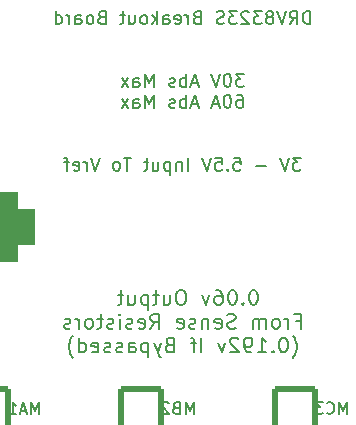
<source format=gbo>
G04 #@! TF.GenerationSoftware,KiCad,Pcbnew,8.0.5*
G04 #@! TF.CreationDate,2024-10-07T10:05:32-05:00*
G04 #@! TF.ProjectId,DRV8323_BreakoutBoard,44525638-3332-4335-9f42-7265616b6f75,rev?*
G04 #@! TF.SameCoordinates,Original*
G04 #@! TF.FileFunction,Legend,Bot*
G04 #@! TF.FilePolarity,Positive*
%FSLAX46Y46*%
G04 Gerber Fmt 4.6, Leading zero omitted, Abs format (unit mm)*
G04 Created by KiCad (PCBNEW 8.0.5) date 2024-10-07 10:05:32*
%MOMM*%
%LPD*%
G01*
G04 APERTURE LIST*
G04 Aperture macros list*
%AMRoundRect*
0 Rectangle with rounded corners*
0 $1 Rounding radius*
0 $2 $3 $4 $5 $6 $7 $8 $9 X,Y pos of 4 corners*
0 Add a 4 corners polygon primitive as box body*
4,1,4,$2,$3,$4,$5,$6,$7,$8,$9,$2,$3,0*
0 Add four circle primitives for the rounded corners*
1,1,$1+$1,$2,$3*
1,1,$1+$1,$4,$5*
1,1,$1+$1,$6,$7*
1,1,$1+$1,$8,$9*
0 Add four rect primitives between the rounded corners*
20,1,$1+$1,$2,$3,$4,$5,0*
20,1,$1+$1,$4,$5,$6,$7,0*
20,1,$1+$1,$6,$7,$8,$9,0*
20,1,$1+$1,$8,$9,$2,$3,0*%
G04 Aperture macros list end*
%ADD10C,0.160000*%
%ADD11C,0.150000*%
%ADD12C,5.600000*%
%ADD13R,1.700000X1.700000*%
%ADD14O,1.700000X1.700000*%
%ADD15RoundRect,0.250002X-1.699998X-1.699998X1.699998X-1.699998X1.699998X1.699998X-1.699998X1.699998X0*%
%ADD16RoundRect,1.500000X-1.500000X-1.500000X1.500000X-1.500000X1.500000X1.500000X-1.500000X1.500000X0*%
%ADD17C,6.000000*%
G04 APERTURE END LIST*
D10*
X78764284Y-55444060D02*
X78764284Y-54344060D01*
X78764284Y-54344060D02*
X78502379Y-54344060D01*
X78502379Y-54344060D02*
X78345236Y-54396441D01*
X78345236Y-54396441D02*
X78240474Y-54501203D01*
X78240474Y-54501203D02*
X78188093Y-54605965D01*
X78188093Y-54605965D02*
X78135712Y-54815489D01*
X78135712Y-54815489D02*
X78135712Y-54972632D01*
X78135712Y-54972632D02*
X78188093Y-55182156D01*
X78188093Y-55182156D02*
X78240474Y-55286918D01*
X78240474Y-55286918D02*
X78345236Y-55391680D01*
X78345236Y-55391680D02*
X78502379Y-55444060D01*
X78502379Y-55444060D02*
X78764284Y-55444060D01*
X77035712Y-55444060D02*
X77402379Y-54920251D01*
X77664284Y-55444060D02*
X77664284Y-54344060D01*
X77664284Y-54344060D02*
X77245236Y-54344060D01*
X77245236Y-54344060D02*
X77140474Y-54396441D01*
X77140474Y-54396441D02*
X77088093Y-54448822D01*
X77088093Y-54448822D02*
X77035712Y-54553584D01*
X77035712Y-54553584D02*
X77035712Y-54710727D01*
X77035712Y-54710727D02*
X77088093Y-54815489D01*
X77088093Y-54815489D02*
X77140474Y-54867870D01*
X77140474Y-54867870D02*
X77245236Y-54920251D01*
X77245236Y-54920251D02*
X77664284Y-54920251D01*
X76721427Y-54344060D02*
X76354760Y-55444060D01*
X76354760Y-55444060D02*
X75988093Y-54344060D01*
X75464284Y-54815489D02*
X75569046Y-54763108D01*
X75569046Y-54763108D02*
X75621427Y-54710727D01*
X75621427Y-54710727D02*
X75673808Y-54605965D01*
X75673808Y-54605965D02*
X75673808Y-54553584D01*
X75673808Y-54553584D02*
X75621427Y-54448822D01*
X75621427Y-54448822D02*
X75569046Y-54396441D01*
X75569046Y-54396441D02*
X75464284Y-54344060D01*
X75464284Y-54344060D02*
X75254760Y-54344060D01*
X75254760Y-54344060D02*
X75149998Y-54396441D01*
X75149998Y-54396441D02*
X75097617Y-54448822D01*
X75097617Y-54448822D02*
X75045236Y-54553584D01*
X75045236Y-54553584D02*
X75045236Y-54605965D01*
X75045236Y-54605965D02*
X75097617Y-54710727D01*
X75097617Y-54710727D02*
X75149998Y-54763108D01*
X75149998Y-54763108D02*
X75254760Y-54815489D01*
X75254760Y-54815489D02*
X75464284Y-54815489D01*
X75464284Y-54815489D02*
X75569046Y-54867870D01*
X75569046Y-54867870D02*
X75621427Y-54920251D01*
X75621427Y-54920251D02*
X75673808Y-55025013D01*
X75673808Y-55025013D02*
X75673808Y-55234537D01*
X75673808Y-55234537D02*
X75621427Y-55339299D01*
X75621427Y-55339299D02*
X75569046Y-55391680D01*
X75569046Y-55391680D02*
X75464284Y-55444060D01*
X75464284Y-55444060D02*
X75254760Y-55444060D01*
X75254760Y-55444060D02*
X75149998Y-55391680D01*
X75149998Y-55391680D02*
X75097617Y-55339299D01*
X75097617Y-55339299D02*
X75045236Y-55234537D01*
X75045236Y-55234537D02*
X75045236Y-55025013D01*
X75045236Y-55025013D02*
X75097617Y-54920251D01*
X75097617Y-54920251D02*
X75149998Y-54867870D01*
X75149998Y-54867870D02*
X75254760Y-54815489D01*
X74678570Y-54344060D02*
X73997617Y-54344060D01*
X73997617Y-54344060D02*
X74364284Y-54763108D01*
X74364284Y-54763108D02*
X74207141Y-54763108D01*
X74207141Y-54763108D02*
X74102379Y-54815489D01*
X74102379Y-54815489D02*
X74049998Y-54867870D01*
X74049998Y-54867870D02*
X73997617Y-54972632D01*
X73997617Y-54972632D02*
X73997617Y-55234537D01*
X73997617Y-55234537D02*
X74049998Y-55339299D01*
X74049998Y-55339299D02*
X74102379Y-55391680D01*
X74102379Y-55391680D02*
X74207141Y-55444060D01*
X74207141Y-55444060D02*
X74521427Y-55444060D01*
X74521427Y-55444060D02*
X74626189Y-55391680D01*
X74626189Y-55391680D02*
X74678570Y-55339299D01*
X73578570Y-54448822D02*
X73526189Y-54396441D01*
X73526189Y-54396441D02*
X73421427Y-54344060D01*
X73421427Y-54344060D02*
X73159522Y-54344060D01*
X73159522Y-54344060D02*
X73054760Y-54396441D01*
X73054760Y-54396441D02*
X73002379Y-54448822D01*
X73002379Y-54448822D02*
X72949998Y-54553584D01*
X72949998Y-54553584D02*
X72949998Y-54658346D01*
X72949998Y-54658346D02*
X73002379Y-54815489D01*
X73002379Y-54815489D02*
X73630951Y-55444060D01*
X73630951Y-55444060D02*
X72949998Y-55444060D01*
X72583332Y-54344060D02*
X71902379Y-54344060D01*
X71902379Y-54344060D02*
X72269046Y-54763108D01*
X72269046Y-54763108D02*
X72111903Y-54763108D01*
X72111903Y-54763108D02*
X72007141Y-54815489D01*
X72007141Y-54815489D02*
X71954760Y-54867870D01*
X71954760Y-54867870D02*
X71902379Y-54972632D01*
X71902379Y-54972632D02*
X71902379Y-55234537D01*
X71902379Y-55234537D02*
X71954760Y-55339299D01*
X71954760Y-55339299D02*
X72007141Y-55391680D01*
X72007141Y-55391680D02*
X72111903Y-55444060D01*
X72111903Y-55444060D02*
X72426189Y-55444060D01*
X72426189Y-55444060D02*
X72530951Y-55391680D01*
X72530951Y-55391680D02*
X72583332Y-55339299D01*
X71483332Y-55391680D02*
X71326189Y-55444060D01*
X71326189Y-55444060D02*
X71064284Y-55444060D01*
X71064284Y-55444060D02*
X70959522Y-55391680D01*
X70959522Y-55391680D02*
X70907141Y-55339299D01*
X70907141Y-55339299D02*
X70854760Y-55234537D01*
X70854760Y-55234537D02*
X70854760Y-55129775D01*
X70854760Y-55129775D02*
X70907141Y-55025013D01*
X70907141Y-55025013D02*
X70959522Y-54972632D01*
X70959522Y-54972632D02*
X71064284Y-54920251D01*
X71064284Y-54920251D02*
X71273808Y-54867870D01*
X71273808Y-54867870D02*
X71378570Y-54815489D01*
X71378570Y-54815489D02*
X71430951Y-54763108D01*
X71430951Y-54763108D02*
X71483332Y-54658346D01*
X71483332Y-54658346D02*
X71483332Y-54553584D01*
X71483332Y-54553584D02*
X71430951Y-54448822D01*
X71430951Y-54448822D02*
X71378570Y-54396441D01*
X71378570Y-54396441D02*
X71273808Y-54344060D01*
X71273808Y-54344060D02*
X71011903Y-54344060D01*
X71011903Y-54344060D02*
X70854760Y-54396441D01*
X69178570Y-54867870D02*
X69021427Y-54920251D01*
X69021427Y-54920251D02*
X68969046Y-54972632D01*
X68969046Y-54972632D02*
X68916665Y-55077394D01*
X68916665Y-55077394D02*
X68916665Y-55234537D01*
X68916665Y-55234537D02*
X68969046Y-55339299D01*
X68969046Y-55339299D02*
X69021427Y-55391680D01*
X69021427Y-55391680D02*
X69126189Y-55444060D01*
X69126189Y-55444060D02*
X69545237Y-55444060D01*
X69545237Y-55444060D02*
X69545237Y-54344060D01*
X69545237Y-54344060D02*
X69178570Y-54344060D01*
X69178570Y-54344060D02*
X69073808Y-54396441D01*
X69073808Y-54396441D02*
X69021427Y-54448822D01*
X69021427Y-54448822D02*
X68969046Y-54553584D01*
X68969046Y-54553584D02*
X68969046Y-54658346D01*
X68969046Y-54658346D02*
X69021427Y-54763108D01*
X69021427Y-54763108D02*
X69073808Y-54815489D01*
X69073808Y-54815489D02*
X69178570Y-54867870D01*
X69178570Y-54867870D02*
X69545237Y-54867870D01*
X68445237Y-55444060D02*
X68445237Y-54710727D01*
X68445237Y-54920251D02*
X68392856Y-54815489D01*
X68392856Y-54815489D02*
X68340475Y-54763108D01*
X68340475Y-54763108D02*
X68235713Y-54710727D01*
X68235713Y-54710727D02*
X68130951Y-54710727D01*
X67345237Y-55391680D02*
X67449999Y-55444060D01*
X67449999Y-55444060D02*
X67659523Y-55444060D01*
X67659523Y-55444060D02*
X67764285Y-55391680D01*
X67764285Y-55391680D02*
X67816666Y-55286918D01*
X67816666Y-55286918D02*
X67816666Y-54867870D01*
X67816666Y-54867870D02*
X67764285Y-54763108D01*
X67764285Y-54763108D02*
X67659523Y-54710727D01*
X67659523Y-54710727D02*
X67449999Y-54710727D01*
X67449999Y-54710727D02*
X67345237Y-54763108D01*
X67345237Y-54763108D02*
X67292856Y-54867870D01*
X67292856Y-54867870D02*
X67292856Y-54972632D01*
X67292856Y-54972632D02*
X67816666Y-55077394D01*
X66349999Y-55444060D02*
X66349999Y-54867870D01*
X66349999Y-54867870D02*
X66402380Y-54763108D01*
X66402380Y-54763108D02*
X66507142Y-54710727D01*
X66507142Y-54710727D02*
X66716666Y-54710727D01*
X66716666Y-54710727D02*
X66821428Y-54763108D01*
X66349999Y-55391680D02*
X66454761Y-55444060D01*
X66454761Y-55444060D02*
X66716666Y-55444060D01*
X66716666Y-55444060D02*
X66821428Y-55391680D01*
X66821428Y-55391680D02*
X66873809Y-55286918D01*
X66873809Y-55286918D02*
X66873809Y-55182156D01*
X66873809Y-55182156D02*
X66821428Y-55077394D01*
X66821428Y-55077394D02*
X66716666Y-55025013D01*
X66716666Y-55025013D02*
X66454761Y-55025013D01*
X66454761Y-55025013D02*
X66349999Y-54972632D01*
X65826190Y-55444060D02*
X65826190Y-54344060D01*
X65721428Y-55025013D02*
X65407142Y-55444060D01*
X65407142Y-54710727D02*
X65826190Y-55129775D01*
X64778571Y-55444060D02*
X64883333Y-55391680D01*
X64883333Y-55391680D02*
X64935714Y-55339299D01*
X64935714Y-55339299D02*
X64988095Y-55234537D01*
X64988095Y-55234537D02*
X64988095Y-54920251D01*
X64988095Y-54920251D02*
X64935714Y-54815489D01*
X64935714Y-54815489D02*
X64883333Y-54763108D01*
X64883333Y-54763108D02*
X64778571Y-54710727D01*
X64778571Y-54710727D02*
X64621428Y-54710727D01*
X64621428Y-54710727D02*
X64516666Y-54763108D01*
X64516666Y-54763108D02*
X64464285Y-54815489D01*
X64464285Y-54815489D02*
X64411904Y-54920251D01*
X64411904Y-54920251D02*
X64411904Y-55234537D01*
X64411904Y-55234537D02*
X64464285Y-55339299D01*
X64464285Y-55339299D02*
X64516666Y-55391680D01*
X64516666Y-55391680D02*
X64621428Y-55444060D01*
X64621428Y-55444060D02*
X64778571Y-55444060D01*
X63469047Y-54710727D02*
X63469047Y-55444060D01*
X63940476Y-54710727D02*
X63940476Y-55286918D01*
X63940476Y-55286918D02*
X63888095Y-55391680D01*
X63888095Y-55391680D02*
X63783333Y-55444060D01*
X63783333Y-55444060D02*
X63626190Y-55444060D01*
X63626190Y-55444060D02*
X63521428Y-55391680D01*
X63521428Y-55391680D02*
X63469047Y-55339299D01*
X63102381Y-54710727D02*
X62683333Y-54710727D01*
X62945238Y-54344060D02*
X62945238Y-55286918D01*
X62945238Y-55286918D02*
X62892857Y-55391680D01*
X62892857Y-55391680D02*
X62788095Y-55444060D01*
X62788095Y-55444060D02*
X62683333Y-55444060D01*
X61111905Y-54867870D02*
X60954762Y-54920251D01*
X60954762Y-54920251D02*
X60902381Y-54972632D01*
X60902381Y-54972632D02*
X60850000Y-55077394D01*
X60850000Y-55077394D02*
X60850000Y-55234537D01*
X60850000Y-55234537D02*
X60902381Y-55339299D01*
X60902381Y-55339299D02*
X60954762Y-55391680D01*
X60954762Y-55391680D02*
X61059524Y-55444060D01*
X61059524Y-55444060D02*
X61478572Y-55444060D01*
X61478572Y-55444060D02*
X61478572Y-54344060D01*
X61478572Y-54344060D02*
X61111905Y-54344060D01*
X61111905Y-54344060D02*
X61007143Y-54396441D01*
X61007143Y-54396441D02*
X60954762Y-54448822D01*
X60954762Y-54448822D02*
X60902381Y-54553584D01*
X60902381Y-54553584D02*
X60902381Y-54658346D01*
X60902381Y-54658346D02*
X60954762Y-54763108D01*
X60954762Y-54763108D02*
X61007143Y-54815489D01*
X61007143Y-54815489D02*
X61111905Y-54867870D01*
X61111905Y-54867870D02*
X61478572Y-54867870D01*
X60221429Y-55444060D02*
X60326191Y-55391680D01*
X60326191Y-55391680D02*
X60378572Y-55339299D01*
X60378572Y-55339299D02*
X60430953Y-55234537D01*
X60430953Y-55234537D02*
X60430953Y-54920251D01*
X60430953Y-54920251D02*
X60378572Y-54815489D01*
X60378572Y-54815489D02*
X60326191Y-54763108D01*
X60326191Y-54763108D02*
X60221429Y-54710727D01*
X60221429Y-54710727D02*
X60064286Y-54710727D01*
X60064286Y-54710727D02*
X59959524Y-54763108D01*
X59959524Y-54763108D02*
X59907143Y-54815489D01*
X59907143Y-54815489D02*
X59854762Y-54920251D01*
X59854762Y-54920251D02*
X59854762Y-55234537D01*
X59854762Y-55234537D02*
X59907143Y-55339299D01*
X59907143Y-55339299D02*
X59959524Y-55391680D01*
X59959524Y-55391680D02*
X60064286Y-55444060D01*
X60064286Y-55444060D02*
X60221429Y-55444060D01*
X58911905Y-55444060D02*
X58911905Y-54867870D01*
X58911905Y-54867870D02*
X58964286Y-54763108D01*
X58964286Y-54763108D02*
X59069048Y-54710727D01*
X59069048Y-54710727D02*
X59278572Y-54710727D01*
X59278572Y-54710727D02*
X59383334Y-54763108D01*
X58911905Y-55391680D02*
X59016667Y-55444060D01*
X59016667Y-55444060D02*
X59278572Y-55444060D01*
X59278572Y-55444060D02*
X59383334Y-55391680D01*
X59383334Y-55391680D02*
X59435715Y-55286918D01*
X59435715Y-55286918D02*
X59435715Y-55182156D01*
X59435715Y-55182156D02*
X59383334Y-55077394D01*
X59383334Y-55077394D02*
X59278572Y-55025013D01*
X59278572Y-55025013D02*
X59016667Y-55025013D01*
X59016667Y-55025013D02*
X58911905Y-54972632D01*
X58388096Y-55444060D02*
X58388096Y-54710727D01*
X58388096Y-54920251D02*
X58335715Y-54815489D01*
X58335715Y-54815489D02*
X58283334Y-54763108D01*
X58283334Y-54763108D02*
X58178572Y-54710727D01*
X58178572Y-54710727D02*
X58073810Y-54710727D01*
X57235715Y-55444060D02*
X57235715Y-54344060D01*
X57235715Y-55391680D02*
X57340477Y-55444060D01*
X57340477Y-55444060D02*
X57550001Y-55444060D01*
X57550001Y-55444060D02*
X57654763Y-55391680D01*
X57654763Y-55391680D02*
X57707144Y-55339299D01*
X57707144Y-55339299D02*
X57759525Y-55234537D01*
X57759525Y-55234537D02*
X57759525Y-54920251D01*
X57759525Y-54920251D02*
X57707144Y-54815489D01*
X57707144Y-54815489D02*
X57654763Y-54763108D01*
X57654763Y-54763108D02*
X57550001Y-54710727D01*
X57550001Y-54710727D02*
X57340477Y-54710727D01*
X57340477Y-54710727D02*
X57235715Y-54763108D01*
X73185713Y-59656874D02*
X72504760Y-59656874D01*
X72504760Y-59656874D02*
X72871427Y-60075922D01*
X72871427Y-60075922D02*
X72714284Y-60075922D01*
X72714284Y-60075922D02*
X72609522Y-60128303D01*
X72609522Y-60128303D02*
X72557141Y-60180684D01*
X72557141Y-60180684D02*
X72504760Y-60285446D01*
X72504760Y-60285446D02*
X72504760Y-60547351D01*
X72504760Y-60547351D02*
X72557141Y-60652113D01*
X72557141Y-60652113D02*
X72609522Y-60704494D01*
X72609522Y-60704494D02*
X72714284Y-60756874D01*
X72714284Y-60756874D02*
X73028570Y-60756874D01*
X73028570Y-60756874D02*
X73133332Y-60704494D01*
X73133332Y-60704494D02*
X73185713Y-60652113D01*
X71823808Y-59656874D02*
X71719046Y-59656874D01*
X71719046Y-59656874D02*
X71614284Y-59709255D01*
X71614284Y-59709255D02*
X71561903Y-59761636D01*
X71561903Y-59761636D02*
X71509522Y-59866398D01*
X71509522Y-59866398D02*
X71457141Y-60075922D01*
X71457141Y-60075922D02*
X71457141Y-60337827D01*
X71457141Y-60337827D02*
X71509522Y-60547351D01*
X71509522Y-60547351D02*
X71561903Y-60652113D01*
X71561903Y-60652113D02*
X71614284Y-60704494D01*
X71614284Y-60704494D02*
X71719046Y-60756874D01*
X71719046Y-60756874D02*
X71823808Y-60756874D01*
X71823808Y-60756874D02*
X71928570Y-60704494D01*
X71928570Y-60704494D02*
X71980951Y-60652113D01*
X71980951Y-60652113D02*
X72033332Y-60547351D01*
X72033332Y-60547351D02*
X72085713Y-60337827D01*
X72085713Y-60337827D02*
X72085713Y-60075922D01*
X72085713Y-60075922D02*
X72033332Y-59866398D01*
X72033332Y-59866398D02*
X71980951Y-59761636D01*
X71980951Y-59761636D02*
X71928570Y-59709255D01*
X71928570Y-59709255D02*
X71823808Y-59656874D01*
X71142856Y-59656874D02*
X70776189Y-60756874D01*
X70776189Y-60756874D02*
X70409522Y-59656874D01*
X69257142Y-60442589D02*
X68733332Y-60442589D01*
X69361904Y-60756874D02*
X68995237Y-59656874D01*
X68995237Y-59656874D02*
X68628570Y-60756874D01*
X68261904Y-60756874D02*
X68261904Y-59656874D01*
X68261904Y-60075922D02*
X68157142Y-60023541D01*
X68157142Y-60023541D02*
X67947618Y-60023541D01*
X67947618Y-60023541D02*
X67842856Y-60075922D01*
X67842856Y-60075922D02*
X67790475Y-60128303D01*
X67790475Y-60128303D02*
X67738094Y-60233065D01*
X67738094Y-60233065D02*
X67738094Y-60547351D01*
X67738094Y-60547351D02*
X67790475Y-60652113D01*
X67790475Y-60652113D02*
X67842856Y-60704494D01*
X67842856Y-60704494D02*
X67947618Y-60756874D01*
X67947618Y-60756874D02*
X68157142Y-60756874D01*
X68157142Y-60756874D02*
X68261904Y-60704494D01*
X67319047Y-60704494D02*
X67214285Y-60756874D01*
X67214285Y-60756874D02*
X67004761Y-60756874D01*
X67004761Y-60756874D02*
X66899999Y-60704494D01*
X66899999Y-60704494D02*
X66847618Y-60599732D01*
X66847618Y-60599732D02*
X66847618Y-60547351D01*
X66847618Y-60547351D02*
X66899999Y-60442589D01*
X66899999Y-60442589D02*
X67004761Y-60390208D01*
X67004761Y-60390208D02*
X67161904Y-60390208D01*
X67161904Y-60390208D02*
X67266666Y-60337827D01*
X67266666Y-60337827D02*
X67319047Y-60233065D01*
X67319047Y-60233065D02*
X67319047Y-60180684D01*
X67319047Y-60180684D02*
X67266666Y-60075922D01*
X67266666Y-60075922D02*
X67161904Y-60023541D01*
X67161904Y-60023541D02*
X67004761Y-60023541D01*
X67004761Y-60023541D02*
X66899999Y-60075922D01*
X65538095Y-60756874D02*
X65538095Y-59656874D01*
X65538095Y-59656874D02*
X65171428Y-60442589D01*
X65171428Y-60442589D02*
X64804761Y-59656874D01*
X64804761Y-59656874D02*
X64804761Y-60756874D01*
X63809523Y-60756874D02*
X63809523Y-60180684D01*
X63809523Y-60180684D02*
X63861904Y-60075922D01*
X63861904Y-60075922D02*
X63966666Y-60023541D01*
X63966666Y-60023541D02*
X64176190Y-60023541D01*
X64176190Y-60023541D02*
X64280952Y-60075922D01*
X63809523Y-60704494D02*
X63914285Y-60756874D01*
X63914285Y-60756874D02*
X64176190Y-60756874D01*
X64176190Y-60756874D02*
X64280952Y-60704494D01*
X64280952Y-60704494D02*
X64333333Y-60599732D01*
X64333333Y-60599732D02*
X64333333Y-60494970D01*
X64333333Y-60494970D02*
X64280952Y-60390208D01*
X64280952Y-60390208D02*
X64176190Y-60337827D01*
X64176190Y-60337827D02*
X63914285Y-60337827D01*
X63914285Y-60337827D02*
X63809523Y-60285446D01*
X63390476Y-60756874D02*
X62814285Y-60023541D01*
X63390476Y-60023541D02*
X62814285Y-60756874D01*
X72609522Y-61427812D02*
X72819046Y-61427812D01*
X72819046Y-61427812D02*
X72923808Y-61480193D01*
X72923808Y-61480193D02*
X72976189Y-61532574D01*
X72976189Y-61532574D02*
X73080951Y-61689717D01*
X73080951Y-61689717D02*
X73133332Y-61899241D01*
X73133332Y-61899241D02*
X73133332Y-62318289D01*
X73133332Y-62318289D02*
X73080951Y-62423051D01*
X73080951Y-62423051D02*
X73028570Y-62475432D01*
X73028570Y-62475432D02*
X72923808Y-62527812D01*
X72923808Y-62527812D02*
X72714284Y-62527812D01*
X72714284Y-62527812D02*
X72609522Y-62475432D01*
X72609522Y-62475432D02*
X72557141Y-62423051D01*
X72557141Y-62423051D02*
X72504760Y-62318289D01*
X72504760Y-62318289D02*
X72504760Y-62056384D01*
X72504760Y-62056384D02*
X72557141Y-61951622D01*
X72557141Y-61951622D02*
X72609522Y-61899241D01*
X72609522Y-61899241D02*
X72714284Y-61846860D01*
X72714284Y-61846860D02*
X72923808Y-61846860D01*
X72923808Y-61846860D02*
X73028570Y-61899241D01*
X73028570Y-61899241D02*
X73080951Y-61951622D01*
X73080951Y-61951622D02*
X73133332Y-62056384D01*
X71823808Y-61427812D02*
X71719046Y-61427812D01*
X71719046Y-61427812D02*
X71614284Y-61480193D01*
X71614284Y-61480193D02*
X71561903Y-61532574D01*
X71561903Y-61532574D02*
X71509522Y-61637336D01*
X71509522Y-61637336D02*
X71457141Y-61846860D01*
X71457141Y-61846860D02*
X71457141Y-62108765D01*
X71457141Y-62108765D02*
X71509522Y-62318289D01*
X71509522Y-62318289D02*
X71561903Y-62423051D01*
X71561903Y-62423051D02*
X71614284Y-62475432D01*
X71614284Y-62475432D02*
X71719046Y-62527812D01*
X71719046Y-62527812D02*
X71823808Y-62527812D01*
X71823808Y-62527812D02*
X71928570Y-62475432D01*
X71928570Y-62475432D02*
X71980951Y-62423051D01*
X71980951Y-62423051D02*
X72033332Y-62318289D01*
X72033332Y-62318289D02*
X72085713Y-62108765D01*
X72085713Y-62108765D02*
X72085713Y-61846860D01*
X72085713Y-61846860D02*
X72033332Y-61637336D01*
X72033332Y-61637336D02*
X71980951Y-61532574D01*
X71980951Y-61532574D02*
X71928570Y-61480193D01*
X71928570Y-61480193D02*
X71823808Y-61427812D01*
X71038094Y-62213527D02*
X70514284Y-62213527D01*
X71142856Y-62527812D02*
X70776189Y-61427812D01*
X70776189Y-61427812D02*
X70409522Y-62527812D01*
X69257142Y-62213527D02*
X68733332Y-62213527D01*
X69361904Y-62527812D02*
X68995237Y-61427812D01*
X68995237Y-61427812D02*
X68628570Y-62527812D01*
X68261904Y-62527812D02*
X68261904Y-61427812D01*
X68261904Y-61846860D02*
X68157142Y-61794479D01*
X68157142Y-61794479D02*
X67947618Y-61794479D01*
X67947618Y-61794479D02*
X67842856Y-61846860D01*
X67842856Y-61846860D02*
X67790475Y-61899241D01*
X67790475Y-61899241D02*
X67738094Y-62004003D01*
X67738094Y-62004003D02*
X67738094Y-62318289D01*
X67738094Y-62318289D02*
X67790475Y-62423051D01*
X67790475Y-62423051D02*
X67842856Y-62475432D01*
X67842856Y-62475432D02*
X67947618Y-62527812D01*
X67947618Y-62527812D02*
X68157142Y-62527812D01*
X68157142Y-62527812D02*
X68261904Y-62475432D01*
X67319047Y-62475432D02*
X67214285Y-62527812D01*
X67214285Y-62527812D02*
X67004761Y-62527812D01*
X67004761Y-62527812D02*
X66899999Y-62475432D01*
X66899999Y-62475432D02*
X66847618Y-62370670D01*
X66847618Y-62370670D02*
X66847618Y-62318289D01*
X66847618Y-62318289D02*
X66899999Y-62213527D01*
X66899999Y-62213527D02*
X67004761Y-62161146D01*
X67004761Y-62161146D02*
X67161904Y-62161146D01*
X67161904Y-62161146D02*
X67266666Y-62108765D01*
X67266666Y-62108765D02*
X67319047Y-62004003D01*
X67319047Y-62004003D02*
X67319047Y-61951622D01*
X67319047Y-61951622D02*
X67266666Y-61846860D01*
X67266666Y-61846860D02*
X67161904Y-61794479D01*
X67161904Y-61794479D02*
X67004761Y-61794479D01*
X67004761Y-61794479D02*
X66899999Y-61846860D01*
X65538095Y-62527812D02*
X65538095Y-61427812D01*
X65538095Y-61427812D02*
X65171428Y-62213527D01*
X65171428Y-62213527D02*
X64804761Y-61427812D01*
X64804761Y-61427812D02*
X64804761Y-62527812D01*
X63809523Y-62527812D02*
X63809523Y-61951622D01*
X63809523Y-61951622D02*
X63861904Y-61846860D01*
X63861904Y-61846860D02*
X63966666Y-61794479D01*
X63966666Y-61794479D02*
X64176190Y-61794479D01*
X64176190Y-61794479D02*
X64280952Y-61846860D01*
X63809523Y-62475432D02*
X63914285Y-62527812D01*
X63914285Y-62527812D02*
X64176190Y-62527812D01*
X64176190Y-62527812D02*
X64280952Y-62475432D01*
X64280952Y-62475432D02*
X64333333Y-62370670D01*
X64333333Y-62370670D02*
X64333333Y-62265908D01*
X64333333Y-62265908D02*
X64280952Y-62161146D01*
X64280952Y-62161146D02*
X64176190Y-62108765D01*
X64176190Y-62108765D02*
X63914285Y-62108765D01*
X63914285Y-62108765D02*
X63809523Y-62056384D01*
X63390476Y-62527812D02*
X62814285Y-61794479D01*
X63390476Y-61794479D02*
X62814285Y-62527812D01*
X77978570Y-66740626D02*
X77297617Y-66740626D01*
X77297617Y-66740626D02*
X77664284Y-67159674D01*
X77664284Y-67159674D02*
X77507141Y-67159674D01*
X77507141Y-67159674D02*
X77402379Y-67212055D01*
X77402379Y-67212055D02*
X77349998Y-67264436D01*
X77349998Y-67264436D02*
X77297617Y-67369198D01*
X77297617Y-67369198D02*
X77297617Y-67631103D01*
X77297617Y-67631103D02*
X77349998Y-67735865D01*
X77349998Y-67735865D02*
X77402379Y-67788246D01*
X77402379Y-67788246D02*
X77507141Y-67840626D01*
X77507141Y-67840626D02*
X77821427Y-67840626D01*
X77821427Y-67840626D02*
X77926189Y-67788246D01*
X77926189Y-67788246D02*
X77978570Y-67735865D01*
X76983332Y-66740626D02*
X76616665Y-67840626D01*
X76616665Y-67840626D02*
X76249998Y-66740626D01*
X75045237Y-67421579D02*
X74207142Y-67421579D01*
X72321427Y-66740626D02*
X72845237Y-66740626D01*
X72845237Y-66740626D02*
X72897618Y-67264436D01*
X72897618Y-67264436D02*
X72845237Y-67212055D01*
X72845237Y-67212055D02*
X72740475Y-67159674D01*
X72740475Y-67159674D02*
X72478570Y-67159674D01*
X72478570Y-67159674D02*
X72373808Y-67212055D01*
X72373808Y-67212055D02*
X72321427Y-67264436D01*
X72321427Y-67264436D02*
X72269046Y-67369198D01*
X72269046Y-67369198D02*
X72269046Y-67631103D01*
X72269046Y-67631103D02*
X72321427Y-67735865D01*
X72321427Y-67735865D02*
X72373808Y-67788246D01*
X72373808Y-67788246D02*
X72478570Y-67840626D01*
X72478570Y-67840626D02*
X72740475Y-67840626D01*
X72740475Y-67840626D02*
X72845237Y-67788246D01*
X72845237Y-67788246D02*
X72897618Y-67735865D01*
X71797618Y-67735865D02*
X71745237Y-67788246D01*
X71745237Y-67788246D02*
X71797618Y-67840626D01*
X71797618Y-67840626D02*
X71849999Y-67788246D01*
X71849999Y-67788246D02*
X71797618Y-67735865D01*
X71797618Y-67735865D02*
X71797618Y-67840626D01*
X70749998Y-66740626D02*
X71273808Y-66740626D01*
X71273808Y-66740626D02*
X71326189Y-67264436D01*
X71326189Y-67264436D02*
X71273808Y-67212055D01*
X71273808Y-67212055D02*
X71169046Y-67159674D01*
X71169046Y-67159674D02*
X70907141Y-67159674D01*
X70907141Y-67159674D02*
X70802379Y-67212055D01*
X70802379Y-67212055D02*
X70749998Y-67264436D01*
X70749998Y-67264436D02*
X70697617Y-67369198D01*
X70697617Y-67369198D02*
X70697617Y-67631103D01*
X70697617Y-67631103D02*
X70749998Y-67735865D01*
X70749998Y-67735865D02*
X70802379Y-67788246D01*
X70802379Y-67788246D02*
X70907141Y-67840626D01*
X70907141Y-67840626D02*
X71169046Y-67840626D01*
X71169046Y-67840626D02*
X71273808Y-67788246D01*
X71273808Y-67788246D02*
X71326189Y-67735865D01*
X70383332Y-66740626D02*
X70016665Y-67840626D01*
X70016665Y-67840626D02*
X69649998Y-66740626D01*
X68445237Y-67840626D02*
X68445237Y-66740626D01*
X67921427Y-67107293D02*
X67921427Y-67840626D01*
X67921427Y-67212055D02*
X67869046Y-67159674D01*
X67869046Y-67159674D02*
X67764284Y-67107293D01*
X67764284Y-67107293D02*
X67607141Y-67107293D01*
X67607141Y-67107293D02*
X67502379Y-67159674D01*
X67502379Y-67159674D02*
X67449998Y-67264436D01*
X67449998Y-67264436D02*
X67449998Y-67840626D01*
X66926189Y-67107293D02*
X66926189Y-68207293D01*
X66926189Y-67159674D02*
X66821427Y-67107293D01*
X66821427Y-67107293D02*
X66611903Y-67107293D01*
X66611903Y-67107293D02*
X66507141Y-67159674D01*
X66507141Y-67159674D02*
X66454760Y-67212055D01*
X66454760Y-67212055D02*
X66402379Y-67316817D01*
X66402379Y-67316817D02*
X66402379Y-67631103D01*
X66402379Y-67631103D02*
X66454760Y-67735865D01*
X66454760Y-67735865D02*
X66507141Y-67788246D01*
X66507141Y-67788246D02*
X66611903Y-67840626D01*
X66611903Y-67840626D02*
X66821427Y-67840626D01*
X66821427Y-67840626D02*
X66926189Y-67788246D01*
X65459522Y-67107293D02*
X65459522Y-67840626D01*
X65930951Y-67107293D02*
X65930951Y-67683484D01*
X65930951Y-67683484D02*
X65878570Y-67788246D01*
X65878570Y-67788246D02*
X65773808Y-67840626D01*
X65773808Y-67840626D02*
X65616665Y-67840626D01*
X65616665Y-67840626D02*
X65511903Y-67788246D01*
X65511903Y-67788246D02*
X65459522Y-67735865D01*
X65092856Y-67107293D02*
X64673808Y-67107293D01*
X64935713Y-66740626D02*
X64935713Y-67683484D01*
X64935713Y-67683484D02*
X64883332Y-67788246D01*
X64883332Y-67788246D02*
X64778570Y-67840626D01*
X64778570Y-67840626D02*
X64673808Y-67840626D01*
X63626190Y-66740626D02*
X62997618Y-66740626D01*
X63311904Y-67840626D02*
X63311904Y-66740626D01*
X62473809Y-67840626D02*
X62578571Y-67788246D01*
X62578571Y-67788246D02*
X62630952Y-67735865D01*
X62630952Y-67735865D02*
X62683333Y-67631103D01*
X62683333Y-67631103D02*
X62683333Y-67316817D01*
X62683333Y-67316817D02*
X62630952Y-67212055D01*
X62630952Y-67212055D02*
X62578571Y-67159674D01*
X62578571Y-67159674D02*
X62473809Y-67107293D01*
X62473809Y-67107293D02*
X62316666Y-67107293D01*
X62316666Y-67107293D02*
X62211904Y-67159674D01*
X62211904Y-67159674D02*
X62159523Y-67212055D01*
X62159523Y-67212055D02*
X62107142Y-67316817D01*
X62107142Y-67316817D02*
X62107142Y-67631103D01*
X62107142Y-67631103D02*
X62159523Y-67735865D01*
X62159523Y-67735865D02*
X62211904Y-67788246D01*
X62211904Y-67788246D02*
X62316666Y-67840626D01*
X62316666Y-67840626D02*
X62473809Y-67840626D01*
X60954762Y-66740626D02*
X60588095Y-67840626D01*
X60588095Y-67840626D02*
X60221428Y-66740626D01*
X59854762Y-67840626D02*
X59854762Y-67107293D01*
X59854762Y-67316817D02*
X59802381Y-67212055D01*
X59802381Y-67212055D02*
X59750000Y-67159674D01*
X59750000Y-67159674D02*
X59645238Y-67107293D01*
X59645238Y-67107293D02*
X59540476Y-67107293D01*
X58754762Y-67788246D02*
X58859524Y-67840626D01*
X58859524Y-67840626D02*
X59069048Y-67840626D01*
X59069048Y-67840626D02*
X59173810Y-67788246D01*
X59173810Y-67788246D02*
X59226191Y-67683484D01*
X59226191Y-67683484D02*
X59226191Y-67264436D01*
X59226191Y-67264436D02*
X59173810Y-67159674D01*
X59173810Y-67159674D02*
X59069048Y-67107293D01*
X59069048Y-67107293D02*
X58859524Y-67107293D01*
X58859524Y-67107293D02*
X58754762Y-67159674D01*
X58754762Y-67159674D02*
X58702381Y-67264436D01*
X58702381Y-67264436D02*
X58702381Y-67369198D01*
X58702381Y-67369198D02*
X59226191Y-67473960D01*
X58388096Y-67107293D02*
X57969048Y-67107293D01*
X58230953Y-67840626D02*
X58230953Y-66897769D01*
X58230953Y-66897769D02*
X58178572Y-66793007D01*
X58178572Y-66793007D02*
X58073810Y-66740626D01*
X58073810Y-66740626D02*
X57969048Y-66740626D01*
X74041665Y-77963843D02*
X73922618Y-77963843D01*
X73922618Y-77963843D02*
X73803570Y-78023367D01*
X73803570Y-78023367D02*
X73744046Y-78082891D01*
X73744046Y-78082891D02*
X73684522Y-78201939D01*
X73684522Y-78201939D02*
X73624999Y-78440034D01*
X73624999Y-78440034D02*
X73624999Y-78737653D01*
X73624999Y-78737653D02*
X73684522Y-78975748D01*
X73684522Y-78975748D02*
X73744046Y-79094796D01*
X73744046Y-79094796D02*
X73803570Y-79154320D01*
X73803570Y-79154320D02*
X73922618Y-79213843D01*
X73922618Y-79213843D02*
X74041665Y-79213843D01*
X74041665Y-79213843D02*
X74160713Y-79154320D01*
X74160713Y-79154320D02*
X74220237Y-79094796D01*
X74220237Y-79094796D02*
X74279760Y-78975748D01*
X74279760Y-78975748D02*
X74339284Y-78737653D01*
X74339284Y-78737653D02*
X74339284Y-78440034D01*
X74339284Y-78440034D02*
X74279760Y-78201939D01*
X74279760Y-78201939D02*
X74220237Y-78082891D01*
X74220237Y-78082891D02*
X74160713Y-78023367D01*
X74160713Y-78023367D02*
X74041665Y-77963843D01*
X73089284Y-79094796D02*
X73029761Y-79154320D01*
X73029761Y-79154320D02*
X73089284Y-79213843D01*
X73089284Y-79213843D02*
X73148808Y-79154320D01*
X73148808Y-79154320D02*
X73089284Y-79094796D01*
X73089284Y-79094796D02*
X73089284Y-79213843D01*
X72255951Y-77963843D02*
X72136904Y-77963843D01*
X72136904Y-77963843D02*
X72017856Y-78023367D01*
X72017856Y-78023367D02*
X71958332Y-78082891D01*
X71958332Y-78082891D02*
X71898808Y-78201939D01*
X71898808Y-78201939D02*
X71839285Y-78440034D01*
X71839285Y-78440034D02*
X71839285Y-78737653D01*
X71839285Y-78737653D02*
X71898808Y-78975748D01*
X71898808Y-78975748D02*
X71958332Y-79094796D01*
X71958332Y-79094796D02*
X72017856Y-79154320D01*
X72017856Y-79154320D02*
X72136904Y-79213843D01*
X72136904Y-79213843D02*
X72255951Y-79213843D01*
X72255951Y-79213843D02*
X72374999Y-79154320D01*
X72374999Y-79154320D02*
X72434523Y-79094796D01*
X72434523Y-79094796D02*
X72494046Y-78975748D01*
X72494046Y-78975748D02*
X72553570Y-78737653D01*
X72553570Y-78737653D02*
X72553570Y-78440034D01*
X72553570Y-78440034D02*
X72494046Y-78201939D01*
X72494046Y-78201939D02*
X72434523Y-78082891D01*
X72434523Y-78082891D02*
X72374999Y-78023367D01*
X72374999Y-78023367D02*
X72255951Y-77963843D01*
X70767856Y-77963843D02*
X71005951Y-77963843D01*
X71005951Y-77963843D02*
X71124999Y-78023367D01*
X71124999Y-78023367D02*
X71184523Y-78082891D01*
X71184523Y-78082891D02*
X71303570Y-78261462D01*
X71303570Y-78261462D02*
X71363094Y-78499558D01*
X71363094Y-78499558D02*
X71363094Y-78975748D01*
X71363094Y-78975748D02*
X71303570Y-79094796D01*
X71303570Y-79094796D02*
X71244047Y-79154320D01*
X71244047Y-79154320D02*
X71124999Y-79213843D01*
X71124999Y-79213843D02*
X70886904Y-79213843D01*
X70886904Y-79213843D02*
X70767856Y-79154320D01*
X70767856Y-79154320D02*
X70708332Y-79094796D01*
X70708332Y-79094796D02*
X70648809Y-78975748D01*
X70648809Y-78975748D02*
X70648809Y-78678129D01*
X70648809Y-78678129D02*
X70708332Y-78559081D01*
X70708332Y-78559081D02*
X70767856Y-78499558D01*
X70767856Y-78499558D02*
X70886904Y-78440034D01*
X70886904Y-78440034D02*
X71124999Y-78440034D01*
X71124999Y-78440034D02*
X71244047Y-78499558D01*
X71244047Y-78499558D02*
X71303570Y-78559081D01*
X71303570Y-78559081D02*
X71363094Y-78678129D01*
X70232142Y-78380510D02*
X69934523Y-79213843D01*
X69934523Y-79213843D02*
X69636904Y-78380510D01*
X67970237Y-77963843D02*
X67732142Y-77963843D01*
X67732142Y-77963843D02*
X67613094Y-78023367D01*
X67613094Y-78023367D02*
X67494047Y-78142415D01*
X67494047Y-78142415D02*
X67434523Y-78380510D01*
X67434523Y-78380510D02*
X67434523Y-78797177D01*
X67434523Y-78797177D02*
X67494047Y-79035272D01*
X67494047Y-79035272D02*
X67613094Y-79154320D01*
X67613094Y-79154320D02*
X67732142Y-79213843D01*
X67732142Y-79213843D02*
X67970237Y-79213843D01*
X67970237Y-79213843D02*
X68089285Y-79154320D01*
X68089285Y-79154320D02*
X68208332Y-79035272D01*
X68208332Y-79035272D02*
X68267856Y-78797177D01*
X68267856Y-78797177D02*
X68267856Y-78380510D01*
X68267856Y-78380510D02*
X68208332Y-78142415D01*
X68208332Y-78142415D02*
X68089285Y-78023367D01*
X68089285Y-78023367D02*
X67970237Y-77963843D01*
X66363094Y-78380510D02*
X66363094Y-79213843D01*
X66898808Y-78380510D02*
X66898808Y-79035272D01*
X66898808Y-79035272D02*
X66839285Y-79154320D01*
X66839285Y-79154320D02*
X66720237Y-79213843D01*
X66720237Y-79213843D02*
X66541666Y-79213843D01*
X66541666Y-79213843D02*
X66422618Y-79154320D01*
X66422618Y-79154320D02*
X66363094Y-79094796D01*
X65946428Y-78380510D02*
X65470237Y-78380510D01*
X65767856Y-77963843D02*
X65767856Y-79035272D01*
X65767856Y-79035272D02*
X65708333Y-79154320D01*
X65708333Y-79154320D02*
X65589285Y-79213843D01*
X65589285Y-79213843D02*
X65470237Y-79213843D01*
X65053570Y-78380510D02*
X65053570Y-79630510D01*
X65053570Y-78440034D02*
X64934523Y-78380510D01*
X64934523Y-78380510D02*
X64696428Y-78380510D01*
X64696428Y-78380510D02*
X64577380Y-78440034D01*
X64577380Y-78440034D02*
X64517856Y-78499558D01*
X64517856Y-78499558D02*
X64458332Y-78618605D01*
X64458332Y-78618605D02*
X64458332Y-78975748D01*
X64458332Y-78975748D02*
X64517856Y-79094796D01*
X64517856Y-79094796D02*
X64577380Y-79154320D01*
X64577380Y-79154320D02*
X64696428Y-79213843D01*
X64696428Y-79213843D02*
X64934523Y-79213843D01*
X64934523Y-79213843D02*
X65053570Y-79154320D01*
X63386904Y-78380510D02*
X63386904Y-79213843D01*
X63922618Y-78380510D02*
X63922618Y-79035272D01*
X63922618Y-79035272D02*
X63863095Y-79154320D01*
X63863095Y-79154320D02*
X63744047Y-79213843D01*
X63744047Y-79213843D02*
X63565476Y-79213843D01*
X63565476Y-79213843D02*
X63446428Y-79154320D01*
X63446428Y-79154320D02*
X63386904Y-79094796D01*
X62970238Y-78380510D02*
X62494047Y-78380510D01*
X62791666Y-77963843D02*
X62791666Y-79035272D01*
X62791666Y-79035272D02*
X62732143Y-79154320D01*
X62732143Y-79154320D02*
X62613095Y-79213843D01*
X62613095Y-79213843D02*
X62494047Y-79213843D01*
X77583334Y-80571511D02*
X78000000Y-80571511D01*
X78000000Y-81226273D02*
X78000000Y-79976273D01*
X78000000Y-79976273D02*
X77404762Y-79976273D01*
X76928571Y-81226273D02*
X76928571Y-80392940D01*
X76928571Y-80631035D02*
X76869048Y-80511988D01*
X76869048Y-80511988D02*
X76809524Y-80452464D01*
X76809524Y-80452464D02*
X76690476Y-80392940D01*
X76690476Y-80392940D02*
X76571429Y-80392940D01*
X75976190Y-81226273D02*
X76095238Y-81166750D01*
X76095238Y-81166750D02*
X76154761Y-81107226D01*
X76154761Y-81107226D02*
X76214285Y-80988178D01*
X76214285Y-80988178D02*
X76214285Y-80631035D01*
X76214285Y-80631035D02*
X76154761Y-80511988D01*
X76154761Y-80511988D02*
X76095238Y-80452464D01*
X76095238Y-80452464D02*
X75976190Y-80392940D01*
X75976190Y-80392940D02*
X75797619Y-80392940D01*
X75797619Y-80392940D02*
X75678571Y-80452464D01*
X75678571Y-80452464D02*
X75619047Y-80511988D01*
X75619047Y-80511988D02*
X75559523Y-80631035D01*
X75559523Y-80631035D02*
X75559523Y-80988178D01*
X75559523Y-80988178D02*
X75619047Y-81107226D01*
X75619047Y-81107226D02*
X75678571Y-81166750D01*
X75678571Y-81166750D02*
X75797619Y-81226273D01*
X75797619Y-81226273D02*
X75976190Y-81226273D01*
X75023809Y-81226273D02*
X75023809Y-80392940D01*
X75023809Y-80511988D02*
X74964286Y-80452464D01*
X74964286Y-80452464D02*
X74845238Y-80392940D01*
X74845238Y-80392940D02*
X74666667Y-80392940D01*
X74666667Y-80392940D02*
X74547619Y-80452464D01*
X74547619Y-80452464D02*
X74488095Y-80571511D01*
X74488095Y-80571511D02*
X74488095Y-81226273D01*
X74488095Y-80571511D02*
X74428571Y-80452464D01*
X74428571Y-80452464D02*
X74309524Y-80392940D01*
X74309524Y-80392940D02*
X74130952Y-80392940D01*
X74130952Y-80392940D02*
X74011905Y-80452464D01*
X74011905Y-80452464D02*
X73952381Y-80571511D01*
X73952381Y-80571511D02*
X73952381Y-81226273D01*
X72464285Y-81166750D02*
X72285714Y-81226273D01*
X72285714Y-81226273D02*
X71988095Y-81226273D01*
X71988095Y-81226273D02*
X71869047Y-81166750D01*
X71869047Y-81166750D02*
X71809523Y-81107226D01*
X71809523Y-81107226D02*
X71750000Y-80988178D01*
X71750000Y-80988178D02*
X71750000Y-80869130D01*
X71750000Y-80869130D02*
X71809523Y-80750083D01*
X71809523Y-80750083D02*
X71869047Y-80690559D01*
X71869047Y-80690559D02*
X71988095Y-80631035D01*
X71988095Y-80631035D02*
X72226190Y-80571511D01*
X72226190Y-80571511D02*
X72345238Y-80511988D01*
X72345238Y-80511988D02*
X72404761Y-80452464D01*
X72404761Y-80452464D02*
X72464285Y-80333416D01*
X72464285Y-80333416D02*
X72464285Y-80214369D01*
X72464285Y-80214369D02*
X72404761Y-80095321D01*
X72404761Y-80095321D02*
X72345238Y-80035797D01*
X72345238Y-80035797D02*
X72226190Y-79976273D01*
X72226190Y-79976273D02*
X71928571Y-79976273D01*
X71928571Y-79976273D02*
X71750000Y-80035797D01*
X70738095Y-81166750D02*
X70857143Y-81226273D01*
X70857143Y-81226273D02*
X71095238Y-81226273D01*
X71095238Y-81226273D02*
X71214285Y-81166750D01*
X71214285Y-81166750D02*
X71273809Y-81047702D01*
X71273809Y-81047702D02*
X71273809Y-80571511D01*
X71273809Y-80571511D02*
X71214285Y-80452464D01*
X71214285Y-80452464D02*
X71095238Y-80392940D01*
X71095238Y-80392940D02*
X70857143Y-80392940D01*
X70857143Y-80392940D02*
X70738095Y-80452464D01*
X70738095Y-80452464D02*
X70678571Y-80571511D01*
X70678571Y-80571511D02*
X70678571Y-80690559D01*
X70678571Y-80690559D02*
X71273809Y-80809607D01*
X70142856Y-80392940D02*
X70142856Y-81226273D01*
X70142856Y-80511988D02*
X70083333Y-80452464D01*
X70083333Y-80452464D02*
X69964285Y-80392940D01*
X69964285Y-80392940D02*
X69785714Y-80392940D01*
X69785714Y-80392940D02*
X69666666Y-80452464D01*
X69666666Y-80452464D02*
X69607142Y-80571511D01*
X69607142Y-80571511D02*
X69607142Y-81226273D01*
X69071428Y-81166750D02*
X68952381Y-81226273D01*
X68952381Y-81226273D02*
X68714285Y-81226273D01*
X68714285Y-81226273D02*
X68595238Y-81166750D01*
X68595238Y-81166750D02*
X68535714Y-81047702D01*
X68535714Y-81047702D02*
X68535714Y-80988178D01*
X68535714Y-80988178D02*
X68595238Y-80869130D01*
X68595238Y-80869130D02*
X68714285Y-80809607D01*
X68714285Y-80809607D02*
X68892857Y-80809607D01*
X68892857Y-80809607D02*
X69011904Y-80750083D01*
X69011904Y-80750083D02*
X69071428Y-80631035D01*
X69071428Y-80631035D02*
X69071428Y-80571511D01*
X69071428Y-80571511D02*
X69011904Y-80452464D01*
X69011904Y-80452464D02*
X68892857Y-80392940D01*
X68892857Y-80392940D02*
X68714285Y-80392940D01*
X68714285Y-80392940D02*
X68595238Y-80452464D01*
X67523809Y-81166750D02*
X67642857Y-81226273D01*
X67642857Y-81226273D02*
X67880952Y-81226273D01*
X67880952Y-81226273D02*
X67999999Y-81166750D01*
X67999999Y-81166750D02*
X68059523Y-81047702D01*
X68059523Y-81047702D02*
X68059523Y-80571511D01*
X68059523Y-80571511D02*
X67999999Y-80452464D01*
X67999999Y-80452464D02*
X67880952Y-80392940D01*
X67880952Y-80392940D02*
X67642857Y-80392940D01*
X67642857Y-80392940D02*
X67523809Y-80452464D01*
X67523809Y-80452464D02*
X67464285Y-80571511D01*
X67464285Y-80571511D02*
X67464285Y-80690559D01*
X67464285Y-80690559D02*
X68059523Y-80809607D01*
X65261904Y-81226273D02*
X65678570Y-80631035D01*
X65976189Y-81226273D02*
X65976189Y-79976273D01*
X65976189Y-79976273D02*
X65499999Y-79976273D01*
X65499999Y-79976273D02*
X65380951Y-80035797D01*
X65380951Y-80035797D02*
X65321428Y-80095321D01*
X65321428Y-80095321D02*
X65261904Y-80214369D01*
X65261904Y-80214369D02*
X65261904Y-80392940D01*
X65261904Y-80392940D02*
X65321428Y-80511988D01*
X65321428Y-80511988D02*
X65380951Y-80571511D01*
X65380951Y-80571511D02*
X65499999Y-80631035D01*
X65499999Y-80631035D02*
X65976189Y-80631035D01*
X64249999Y-81166750D02*
X64369047Y-81226273D01*
X64369047Y-81226273D02*
X64607142Y-81226273D01*
X64607142Y-81226273D02*
X64726189Y-81166750D01*
X64726189Y-81166750D02*
X64785713Y-81047702D01*
X64785713Y-81047702D02*
X64785713Y-80571511D01*
X64785713Y-80571511D02*
X64726189Y-80452464D01*
X64726189Y-80452464D02*
X64607142Y-80392940D01*
X64607142Y-80392940D02*
X64369047Y-80392940D01*
X64369047Y-80392940D02*
X64249999Y-80452464D01*
X64249999Y-80452464D02*
X64190475Y-80571511D01*
X64190475Y-80571511D02*
X64190475Y-80690559D01*
X64190475Y-80690559D02*
X64785713Y-80809607D01*
X63714284Y-81166750D02*
X63595237Y-81226273D01*
X63595237Y-81226273D02*
X63357141Y-81226273D01*
X63357141Y-81226273D02*
X63238094Y-81166750D01*
X63238094Y-81166750D02*
X63178570Y-81047702D01*
X63178570Y-81047702D02*
X63178570Y-80988178D01*
X63178570Y-80988178D02*
X63238094Y-80869130D01*
X63238094Y-80869130D02*
X63357141Y-80809607D01*
X63357141Y-80809607D02*
X63535713Y-80809607D01*
X63535713Y-80809607D02*
X63654760Y-80750083D01*
X63654760Y-80750083D02*
X63714284Y-80631035D01*
X63714284Y-80631035D02*
X63714284Y-80571511D01*
X63714284Y-80571511D02*
X63654760Y-80452464D01*
X63654760Y-80452464D02*
X63535713Y-80392940D01*
X63535713Y-80392940D02*
X63357141Y-80392940D01*
X63357141Y-80392940D02*
X63238094Y-80452464D01*
X62642855Y-81226273D02*
X62642855Y-80392940D01*
X62642855Y-79976273D02*
X62702379Y-80035797D01*
X62702379Y-80035797D02*
X62642855Y-80095321D01*
X62642855Y-80095321D02*
X62583332Y-80035797D01*
X62583332Y-80035797D02*
X62642855Y-79976273D01*
X62642855Y-79976273D02*
X62642855Y-80095321D01*
X62107141Y-81166750D02*
X61988094Y-81226273D01*
X61988094Y-81226273D02*
X61749998Y-81226273D01*
X61749998Y-81226273D02*
X61630951Y-81166750D01*
X61630951Y-81166750D02*
X61571427Y-81047702D01*
X61571427Y-81047702D02*
X61571427Y-80988178D01*
X61571427Y-80988178D02*
X61630951Y-80869130D01*
X61630951Y-80869130D02*
X61749998Y-80809607D01*
X61749998Y-80809607D02*
X61928570Y-80809607D01*
X61928570Y-80809607D02*
X62047617Y-80750083D01*
X62047617Y-80750083D02*
X62107141Y-80631035D01*
X62107141Y-80631035D02*
X62107141Y-80571511D01*
X62107141Y-80571511D02*
X62047617Y-80452464D01*
X62047617Y-80452464D02*
X61928570Y-80392940D01*
X61928570Y-80392940D02*
X61749998Y-80392940D01*
X61749998Y-80392940D02*
X61630951Y-80452464D01*
X61214284Y-80392940D02*
X60738093Y-80392940D01*
X61035712Y-79976273D02*
X61035712Y-81047702D01*
X61035712Y-81047702D02*
X60976189Y-81166750D01*
X60976189Y-81166750D02*
X60857141Y-81226273D01*
X60857141Y-81226273D02*
X60738093Y-81226273D01*
X60142855Y-81226273D02*
X60261903Y-81166750D01*
X60261903Y-81166750D02*
X60321426Y-81107226D01*
X60321426Y-81107226D02*
X60380950Y-80988178D01*
X60380950Y-80988178D02*
X60380950Y-80631035D01*
X60380950Y-80631035D02*
X60321426Y-80511988D01*
X60321426Y-80511988D02*
X60261903Y-80452464D01*
X60261903Y-80452464D02*
X60142855Y-80392940D01*
X60142855Y-80392940D02*
X59964284Y-80392940D01*
X59964284Y-80392940D02*
X59845236Y-80452464D01*
X59845236Y-80452464D02*
X59785712Y-80511988D01*
X59785712Y-80511988D02*
X59726188Y-80631035D01*
X59726188Y-80631035D02*
X59726188Y-80988178D01*
X59726188Y-80988178D02*
X59785712Y-81107226D01*
X59785712Y-81107226D02*
X59845236Y-81166750D01*
X59845236Y-81166750D02*
X59964284Y-81226273D01*
X59964284Y-81226273D02*
X60142855Y-81226273D01*
X59190474Y-81226273D02*
X59190474Y-80392940D01*
X59190474Y-80631035D02*
X59130951Y-80511988D01*
X59130951Y-80511988D02*
X59071427Y-80452464D01*
X59071427Y-80452464D02*
X58952379Y-80392940D01*
X58952379Y-80392940D02*
X58833332Y-80392940D01*
X58476188Y-81166750D02*
X58357141Y-81226273D01*
X58357141Y-81226273D02*
X58119045Y-81226273D01*
X58119045Y-81226273D02*
X57999998Y-81166750D01*
X57999998Y-81166750D02*
X57940474Y-81047702D01*
X57940474Y-81047702D02*
X57940474Y-80988178D01*
X57940474Y-80988178D02*
X57999998Y-80869130D01*
X57999998Y-80869130D02*
X58119045Y-80809607D01*
X58119045Y-80809607D02*
X58297617Y-80809607D01*
X58297617Y-80809607D02*
X58416664Y-80750083D01*
X58416664Y-80750083D02*
X58476188Y-80631035D01*
X58476188Y-80631035D02*
X58476188Y-80571511D01*
X58476188Y-80571511D02*
X58416664Y-80452464D01*
X58416664Y-80452464D02*
X58297617Y-80392940D01*
X58297617Y-80392940D02*
X58119045Y-80392940D01*
X58119045Y-80392940D02*
X57999998Y-80452464D01*
X77285713Y-83714894D02*
X77345236Y-83655370D01*
X77345236Y-83655370D02*
X77464284Y-83476799D01*
X77464284Y-83476799D02*
X77523808Y-83357751D01*
X77523808Y-83357751D02*
X77583332Y-83179180D01*
X77583332Y-83179180D02*
X77642855Y-82881560D01*
X77642855Y-82881560D02*
X77642855Y-82643465D01*
X77642855Y-82643465D02*
X77583332Y-82345846D01*
X77583332Y-82345846D02*
X77523808Y-82167275D01*
X77523808Y-82167275D02*
X77464284Y-82048227D01*
X77464284Y-82048227D02*
X77345236Y-81869656D01*
X77345236Y-81869656D02*
X77285713Y-81810132D01*
X76571427Y-81988703D02*
X76452380Y-81988703D01*
X76452380Y-81988703D02*
X76333332Y-82048227D01*
X76333332Y-82048227D02*
X76273808Y-82107751D01*
X76273808Y-82107751D02*
X76214284Y-82226799D01*
X76214284Y-82226799D02*
X76154761Y-82464894D01*
X76154761Y-82464894D02*
X76154761Y-82762513D01*
X76154761Y-82762513D02*
X76214284Y-83000608D01*
X76214284Y-83000608D02*
X76273808Y-83119656D01*
X76273808Y-83119656D02*
X76333332Y-83179180D01*
X76333332Y-83179180D02*
X76452380Y-83238703D01*
X76452380Y-83238703D02*
X76571427Y-83238703D01*
X76571427Y-83238703D02*
X76690475Y-83179180D01*
X76690475Y-83179180D02*
X76749999Y-83119656D01*
X76749999Y-83119656D02*
X76809522Y-83000608D01*
X76809522Y-83000608D02*
X76869046Y-82762513D01*
X76869046Y-82762513D02*
X76869046Y-82464894D01*
X76869046Y-82464894D02*
X76809522Y-82226799D01*
X76809522Y-82226799D02*
X76749999Y-82107751D01*
X76749999Y-82107751D02*
X76690475Y-82048227D01*
X76690475Y-82048227D02*
X76571427Y-81988703D01*
X75619046Y-83119656D02*
X75559523Y-83179180D01*
X75559523Y-83179180D02*
X75619046Y-83238703D01*
X75619046Y-83238703D02*
X75678570Y-83179180D01*
X75678570Y-83179180D02*
X75619046Y-83119656D01*
X75619046Y-83119656D02*
X75619046Y-83238703D01*
X74369047Y-83238703D02*
X75083332Y-83238703D01*
X74726189Y-83238703D02*
X74726189Y-81988703D01*
X74726189Y-81988703D02*
X74845237Y-82167275D01*
X74845237Y-82167275D02*
X74964285Y-82286322D01*
X74964285Y-82286322D02*
X75083332Y-82345846D01*
X73773809Y-83238703D02*
X73535713Y-83238703D01*
X73535713Y-83238703D02*
X73416666Y-83179180D01*
X73416666Y-83179180D02*
X73357142Y-83119656D01*
X73357142Y-83119656D02*
X73238094Y-82941084D01*
X73238094Y-82941084D02*
X73178571Y-82702989D01*
X73178571Y-82702989D02*
X73178571Y-82226799D01*
X73178571Y-82226799D02*
X73238094Y-82107751D01*
X73238094Y-82107751D02*
X73297618Y-82048227D01*
X73297618Y-82048227D02*
X73416666Y-81988703D01*
X73416666Y-81988703D02*
X73654761Y-81988703D01*
X73654761Y-81988703D02*
X73773809Y-82048227D01*
X73773809Y-82048227D02*
X73833332Y-82107751D01*
X73833332Y-82107751D02*
X73892856Y-82226799D01*
X73892856Y-82226799D02*
X73892856Y-82524418D01*
X73892856Y-82524418D02*
X73833332Y-82643465D01*
X73833332Y-82643465D02*
X73773809Y-82702989D01*
X73773809Y-82702989D02*
X73654761Y-82762513D01*
X73654761Y-82762513D02*
X73416666Y-82762513D01*
X73416666Y-82762513D02*
X73297618Y-82702989D01*
X73297618Y-82702989D02*
X73238094Y-82643465D01*
X73238094Y-82643465D02*
X73178571Y-82524418D01*
X72702380Y-82107751D02*
X72642856Y-82048227D01*
X72642856Y-82048227D02*
X72523809Y-81988703D01*
X72523809Y-81988703D02*
X72226190Y-81988703D01*
X72226190Y-81988703D02*
X72107142Y-82048227D01*
X72107142Y-82048227D02*
X72047618Y-82107751D01*
X72047618Y-82107751D02*
X71988095Y-82226799D01*
X71988095Y-82226799D02*
X71988095Y-82345846D01*
X71988095Y-82345846D02*
X72047618Y-82524418D01*
X72047618Y-82524418D02*
X72761904Y-83238703D01*
X72761904Y-83238703D02*
X71988095Y-83238703D01*
X71571428Y-82405370D02*
X71273809Y-83238703D01*
X71273809Y-83238703D02*
X70976190Y-82405370D01*
X69547618Y-83238703D02*
X69547618Y-81988703D01*
X69130952Y-82405370D02*
X68654761Y-82405370D01*
X68952380Y-83238703D02*
X68952380Y-82167275D01*
X68952380Y-82167275D02*
X68892857Y-82048227D01*
X68892857Y-82048227D02*
X68773809Y-81988703D01*
X68773809Y-81988703D02*
X68654761Y-81988703D01*
X66869047Y-82583941D02*
X66690475Y-82643465D01*
X66690475Y-82643465D02*
X66630952Y-82702989D01*
X66630952Y-82702989D02*
X66571428Y-82822037D01*
X66571428Y-82822037D02*
X66571428Y-83000608D01*
X66571428Y-83000608D02*
X66630952Y-83119656D01*
X66630952Y-83119656D02*
X66690475Y-83179180D01*
X66690475Y-83179180D02*
X66809523Y-83238703D01*
X66809523Y-83238703D02*
X67285713Y-83238703D01*
X67285713Y-83238703D02*
X67285713Y-81988703D01*
X67285713Y-81988703D02*
X66869047Y-81988703D01*
X66869047Y-81988703D02*
X66749999Y-82048227D01*
X66749999Y-82048227D02*
X66690475Y-82107751D01*
X66690475Y-82107751D02*
X66630952Y-82226799D01*
X66630952Y-82226799D02*
X66630952Y-82345846D01*
X66630952Y-82345846D02*
X66690475Y-82464894D01*
X66690475Y-82464894D02*
X66749999Y-82524418D01*
X66749999Y-82524418D02*
X66869047Y-82583941D01*
X66869047Y-82583941D02*
X67285713Y-82583941D01*
X66154761Y-82405370D02*
X65857142Y-83238703D01*
X65559523Y-82405370D02*
X65857142Y-83238703D01*
X65857142Y-83238703D02*
X65976190Y-83536322D01*
X65976190Y-83536322D02*
X66035713Y-83595846D01*
X66035713Y-83595846D02*
X66154761Y-83655370D01*
X65083332Y-82405370D02*
X65083332Y-83655370D01*
X65083332Y-82464894D02*
X64964285Y-82405370D01*
X64964285Y-82405370D02*
X64726190Y-82405370D01*
X64726190Y-82405370D02*
X64607142Y-82464894D01*
X64607142Y-82464894D02*
X64547618Y-82524418D01*
X64547618Y-82524418D02*
X64488094Y-82643465D01*
X64488094Y-82643465D02*
X64488094Y-83000608D01*
X64488094Y-83000608D02*
X64547618Y-83119656D01*
X64547618Y-83119656D02*
X64607142Y-83179180D01*
X64607142Y-83179180D02*
X64726190Y-83238703D01*
X64726190Y-83238703D02*
X64964285Y-83238703D01*
X64964285Y-83238703D02*
X65083332Y-83179180D01*
X63416666Y-83238703D02*
X63416666Y-82583941D01*
X63416666Y-82583941D02*
X63476190Y-82464894D01*
X63476190Y-82464894D02*
X63595238Y-82405370D01*
X63595238Y-82405370D02*
X63833333Y-82405370D01*
X63833333Y-82405370D02*
X63952380Y-82464894D01*
X63416666Y-83179180D02*
X63535714Y-83238703D01*
X63535714Y-83238703D02*
X63833333Y-83238703D01*
X63833333Y-83238703D02*
X63952380Y-83179180D01*
X63952380Y-83179180D02*
X64011904Y-83060132D01*
X64011904Y-83060132D02*
X64011904Y-82941084D01*
X64011904Y-82941084D02*
X63952380Y-82822037D01*
X63952380Y-82822037D02*
X63833333Y-82762513D01*
X63833333Y-82762513D02*
X63535714Y-82762513D01*
X63535714Y-82762513D02*
X63416666Y-82702989D01*
X62880952Y-83179180D02*
X62761905Y-83238703D01*
X62761905Y-83238703D02*
X62523809Y-83238703D01*
X62523809Y-83238703D02*
X62404762Y-83179180D01*
X62404762Y-83179180D02*
X62345238Y-83060132D01*
X62345238Y-83060132D02*
X62345238Y-83000608D01*
X62345238Y-83000608D02*
X62404762Y-82881560D01*
X62404762Y-82881560D02*
X62523809Y-82822037D01*
X62523809Y-82822037D02*
X62702381Y-82822037D01*
X62702381Y-82822037D02*
X62821428Y-82762513D01*
X62821428Y-82762513D02*
X62880952Y-82643465D01*
X62880952Y-82643465D02*
X62880952Y-82583941D01*
X62880952Y-82583941D02*
X62821428Y-82464894D01*
X62821428Y-82464894D02*
X62702381Y-82405370D01*
X62702381Y-82405370D02*
X62523809Y-82405370D01*
X62523809Y-82405370D02*
X62404762Y-82464894D01*
X61869047Y-83179180D02*
X61750000Y-83238703D01*
X61750000Y-83238703D02*
X61511904Y-83238703D01*
X61511904Y-83238703D02*
X61392857Y-83179180D01*
X61392857Y-83179180D02*
X61333333Y-83060132D01*
X61333333Y-83060132D02*
X61333333Y-83000608D01*
X61333333Y-83000608D02*
X61392857Y-82881560D01*
X61392857Y-82881560D02*
X61511904Y-82822037D01*
X61511904Y-82822037D02*
X61690476Y-82822037D01*
X61690476Y-82822037D02*
X61809523Y-82762513D01*
X61809523Y-82762513D02*
X61869047Y-82643465D01*
X61869047Y-82643465D02*
X61869047Y-82583941D01*
X61869047Y-82583941D02*
X61809523Y-82464894D01*
X61809523Y-82464894D02*
X61690476Y-82405370D01*
X61690476Y-82405370D02*
X61511904Y-82405370D01*
X61511904Y-82405370D02*
X61392857Y-82464894D01*
X60321428Y-83179180D02*
X60440476Y-83238703D01*
X60440476Y-83238703D02*
X60678571Y-83238703D01*
X60678571Y-83238703D02*
X60797618Y-83179180D01*
X60797618Y-83179180D02*
X60857142Y-83060132D01*
X60857142Y-83060132D02*
X60857142Y-82583941D01*
X60857142Y-82583941D02*
X60797618Y-82464894D01*
X60797618Y-82464894D02*
X60678571Y-82405370D01*
X60678571Y-82405370D02*
X60440476Y-82405370D01*
X60440476Y-82405370D02*
X60321428Y-82464894D01*
X60321428Y-82464894D02*
X60261904Y-82583941D01*
X60261904Y-82583941D02*
X60261904Y-82702989D01*
X60261904Y-82702989D02*
X60857142Y-82822037D01*
X59190475Y-83238703D02*
X59190475Y-81988703D01*
X59190475Y-83179180D02*
X59309523Y-83238703D01*
X59309523Y-83238703D02*
X59547618Y-83238703D01*
X59547618Y-83238703D02*
X59666666Y-83179180D01*
X59666666Y-83179180D02*
X59726189Y-83119656D01*
X59726189Y-83119656D02*
X59785713Y-83000608D01*
X59785713Y-83000608D02*
X59785713Y-82643465D01*
X59785713Y-82643465D02*
X59726189Y-82524418D01*
X59726189Y-82524418D02*
X59666666Y-82464894D01*
X59666666Y-82464894D02*
X59547618Y-82405370D01*
X59547618Y-82405370D02*
X59309523Y-82405370D01*
X59309523Y-82405370D02*
X59190475Y-82464894D01*
X58714285Y-83714894D02*
X58654761Y-83655370D01*
X58654761Y-83655370D02*
X58535714Y-83476799D01*
X58535714Y-83476799D02*
X58476190Y-83357751D01*
X58476190Y-83357751D02*
X58416666Y-83179180D01*
X58416666Y-83179180D02*
X58357142Y-82881560D01*
X58357142Y-82881560D02*
X58357142Y-82643465D01*
X58357142Y-82643465D02*
X58416666Y-82345846D01*
X58416666Y-82345846D02*
X58476190Y-82167275D01*
X58476190Y-82167275D02*
X58535714Y-82048227D01*
X58535714Y-82048227D02*
X58654761Y-81869656D01*
X58654761Y-81869656D02*
X58714285Y-81810132D01*
D11*
X81909523Y-88454819D02*
X81909523Y-87454819D01*
X81909523Y-87454819D02*
X81576190Y-88169104D01*
X81576190Y-88169104D02*
X81242857Y-87454819D01*
X81242857Y-87454819D02*
X81242857Y-88454819D01*
X80195238Y-88359580D02*
X80242857Y-88407200D01*
X80242857Y-88407200D02*
X80385714Y-88454819D01*
X80385714Y-88454819D02*
X80480952Y-88454819D01*
X80480952Y-88454819D02*
X80623809Y-88407200D01*
X80623809Y-88407200D02*
X80719047Y-88311961D01*
X80719047Y-88311961D02*
X80766666Y-88216723D01*
X80766666Y-88216723D02*
X80814285Y-88026247D01*
X80814285Y-88026247D02*
X80814285Y-87883390D01*
X80814285Y-87883390D02*
X80766666Y-87692914D01*
X80766666Y-87692914D02*
X80719047Y-87597676D01*
X80719047Y-87597676D02*
X80623809Y-87502438D01*
X80623809Y-87502438D02*
X80480952Y-87454819D01*
X80480952Y-87454819D02*
X80385714Y-87454819D01*
X80385714Y-87454819D02*
X80242857Y-87502438D01*
X80242857Y-87502438D02*
X80195238Y-87550057D01*
X79861904Y-87454819D02*
X79242857Y-87454819D01*
X79242857Y-87454819D02*
X79576190Y-87835771D01*
X79576190Y-87835771D02*
X79433333Y-87835771D01*
X79433333Y-87835771D02*
X79338095Y-87883390D01*
X79338095Y-87883390D02*
X79290476Y-87931009D01*
X79290476Y-87931009D02*
X79242857Y-88026247D01*
X79242857Y-88026247D02*
X79242857Y-88264342D01*
X79242857Y-88264342D02*
X79290476Y-88359580D01*
X79290476Y-88359580D02*
X79338095Y-88407200D01*
X79338095Y-88407200D02*
X79433333Y-88454819D01*
X79433333Y-88454819D02*
X79719047Y-88454819D01*
X79719047Y-88454819D02*
X79814285Y-88407200D01*
X79814285Y-88407200D02*
X79861904Y-88359580D01*
X68909523Y-88454819D02*
X68909523Y-87454819D01*
X68909523Y-87454819D02*
X68576190Y-88169104D01*
X68576190Y-88169104D02*
X68242857Y-87454819D01*
X68242857Y-87454819D02*
X68242857Y-88454819D01*
X67433333Y-87931009D02*
X67290476Y-87978628D01*
X67290476Y-87978628D02*
X67242857Y-88026247D01*
X67242857Y-88026247D02*
X67195238Y-88121485D01*
X67195238Y-88121485D02*
X67195238Y-88264342D01*
X67195238Y-88264342D02*
X67242857Y-88359580D01*
X67242857Y-88359580D02*
X67290476Y-88407200D01*
X67290476Y-88407200D02*
X67385714Y-88454819D01*
X67385714Y-88454819D02*
X67766666Y-88454819D01*
X67766666Y-88454819D02*
X67766666Y-87454819D01*
X67766666Y-87454819D02*
X67433333Y-87454819D01*
X67433333Y-87454819D02*
X67338095Y-87502438D01*
X67338095Y-87502438D02*
X67290476Y-87550057D01*
X67290476Y-87550057D02*
X67242857Y-87645295D01*
X67242857Y-87645295D02*
X67242857Y-87740533D01*
X67242857Y-87740533D02*
X67290476Y-87835771D01*
X67290476Y-87835771D02*
X67338095Y-87883390D01*
X67338095Y-87883390D02*
X67433333Y-87931009D01*
X67433333Y-87931009D02*
X67766666Y-87931009D01*
X66814285Y-87550057D02*
X66766666Y-87502438D01*
X66766666Y-87502438D02*
X66671428Y-87454819D01*
X66671428Y-87454819D02*
X66433333Y-87454819D01*
X66433333Y-87454819D02*
X66338095Y-87502438D01*
X66338095Y-87502438D02*
X66290476Y-87550057D01*
X66290476Y-87550057D02*
X66242857Y-87645295D01*
X66242857Y-87645295D02*
X66242857Y-87740533D01*
X66242857Y-87740533D02*
X66290476Y-87883390D01*
X66290476Y-87883390D02*
X66861904Y-88454819D01*
X66861904Y-88454819D02*
X66242857Y-88454819D01*
X55838094Y-88454819D02*
X55838094Y-87454819D01*
X55838094Y-87454819D02*
X55504761Y-88169104D01*
X55504761Y-88169104D02*
X55171428Y-87454819D01*
X55171428Y-87454819D02*
X55171428Y-88454819D01*
X54742856Y-88169104D02*
X54266666Y-88169104D01*
X54838094Y-88454819D02*
X54504761Y-87454819D01*
X54504761Y-87454819D02*
X54171428Y-88454819D01*
X53314285Y-88454819D02*
X53885713Y-88454819D01*
X53599999Y-88454819D02*
X53599999Y-87454819D01*
X53599999Y-87454819D02*
X53695237Y-87597676D01*
X53695237Y-87597676D02*
X53790475Y-87692914D01*
X53790475Y-87692914D02*
X53885713Y-87740533D01*
%LPC*%
D12*
X84000000Y-55500000D03*
D13*
X78149998Y-57189998D03*
D14*
X75609998Y-57189998D03*
X73069998Y-57189999D03*
X70529998Y-57189998D03*
X67989998Y-57189998D03*
X65449998Y-57189998D03*
X62909997Y-57189997D03*
X60369998Y-57189999D03*
X57829999Y-57189999D03*
D13*
X78149998Y-64809999D03*
D14*
X75609998Y-64809999D03*
X73069998Y-64810000D03*
X70529998Y-64809999D03*
X67989998Y-64809999D03*
X65449998Y-64809999D03*
X62909997Y-64809998D03*
X60369998Y-64810000D03*
X57829999Y-64810000D03*
D12*
X52000000Y-55500000D03*
D15*
X77500000Y-88000000D03*
X64500000Y-88000000D03*
D16*
X52525000Y-72625000D03*
D17*
X59725000Y-72625000D03*
D15*
X51500000Y-88000000D03*
%LPD*%
M02*

</source>
